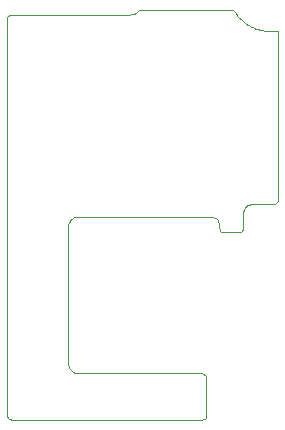
<source format=gbr>
G04 Generated by cameo*
%MOMM*%
%FSLAX33Y33*%
G01*
%ADD10C,0.01*%
D10*
X1400Y-37500D02*
X1400Y-4000D01*
X1430Y-3847D01*
X1517Y-3717D01*
X1647Y-3630D01*
X1800Y-3600D01*
X11800Y-3600D01*
X11932Y-3591D01*
X12062Y-3565D01*
X12187Y-3522D01*
X12305Y-3463D01*
X12415Y-3389D01*
X12514Y-3300D01*
X12600Y-3200D01*
X20400Y-3200D01*
X20524Y-3225D01*
X20629Y-3295D01*
X20700Y-3400D01*
X20772Y-3504D01*
X20848Y-3605D01*
X20927Y-3703D01*
X21010Y-3799D01*
X21096Y-3892D01*
X21185Y-3981D01*
X21278Y-4068D01*
X21373Y-4151D01*
X21471Y-4230D01*
X21572Y-4307D01*
X21675Y-4379D01*
X21781Y-4448D01*
X21890Y-4514D01*
X22000Y-4575D01*
X22113Y-4633D01*
X22227Y-4686D01*
X22343Y-4736D01*
X22461Y-4781D01*
X22581Y-4822D01*
X22702Y-4859D01*
X22824Y-4892D01*
X22947Y-4921D01*
X23071Y-4945D01*
X23196Y-4965D01*
X23321Y-4980D01*
X23447Y-4991D01*
X23574Y-4998D01*
X23700Y-5000D01*
X24350Y-5000D01*
X24350Y-19250D01*
X24330Y-19374D01*
X24274Y-19485D01*
X24185Y-19574D01*
X24074Y-19630D01*
X23950Y-19650D01*
X22200Y-19650D01*
X22061Y-19662D01*
X21926Y-19698D01*
X21800Y-19757D01*
X21686Y-19837D01*
X21587Y-19936D01*
X21507Y-20050D01*
X21448Y-20176D01*
X21412Y-20311D01*
X21400Y-20450D01*
X21400Y-21650D01*
X21380Y-21774D01*
X21324Y-21885D01*
X21235Y-21974D01*
X21124Y-22030D01*
X21000Y-22050D01*
X19800Y-22050D01*
X19676Y-22030D01*
X19565Y-21974D01*
X19476Y-21885D01*
X19420Y-21774D01*
X19400Y-21650D01*
X19400Y-21500D01*
X19390Y-21375D01*
X19361Y-21253D01*
X19313Y-21137D01*
X19247Y-21030D01*
X19166Y-20934D01*
X19070Y-20853D01*
X18963Y-20787D01*
X18847Y-20739D01*
X18725Y-20710D01*
X18600Y-20700D01*
X7400Y-20700D01*
X7261Y-20712D01*
X7126Y-20748D01*
X7000Y-20807D01*
X6886Y-20887D01*
X6787Y-20986D01*
X6707Y-21100D01*
X6648Y-21226D01*
X6612Y-21361D01*
X6600Y-21500D01*
X6600Y-33150D01*
X6610Y-33275D01*
X6639Y-33397D01*
X6687Y-33513D01*
X6753Y-33620D01*
X6834Y-33716D01*
X6930Y-33797D01*
X7037Y-33863D01*
X7153Y-33911D01*
X7275Y-33940D01*
X7400Y-33950D01*
X17800Y-33950D01*
X17929Y-33967D01*
X18050Y-34017D01*
X18154Y-34096D01*
X18233Y-34200D01*
X18283Y-34321D01*
X18300Y-34450D01*
X18300Y-37500D01*
X18280Y-37624D01*
X18224Y-37735D01*
X18135Y-37824D01*
X18024Y-37880D01*
X17900Y-37900D01*
X1800Y-37900D01*
X1676Y-37880D01*
X1565Y-37824D01*
X1476Y-37735D01*
X1420Y-37624D01*
X1400Y-37500D01*
M02**

</source>
